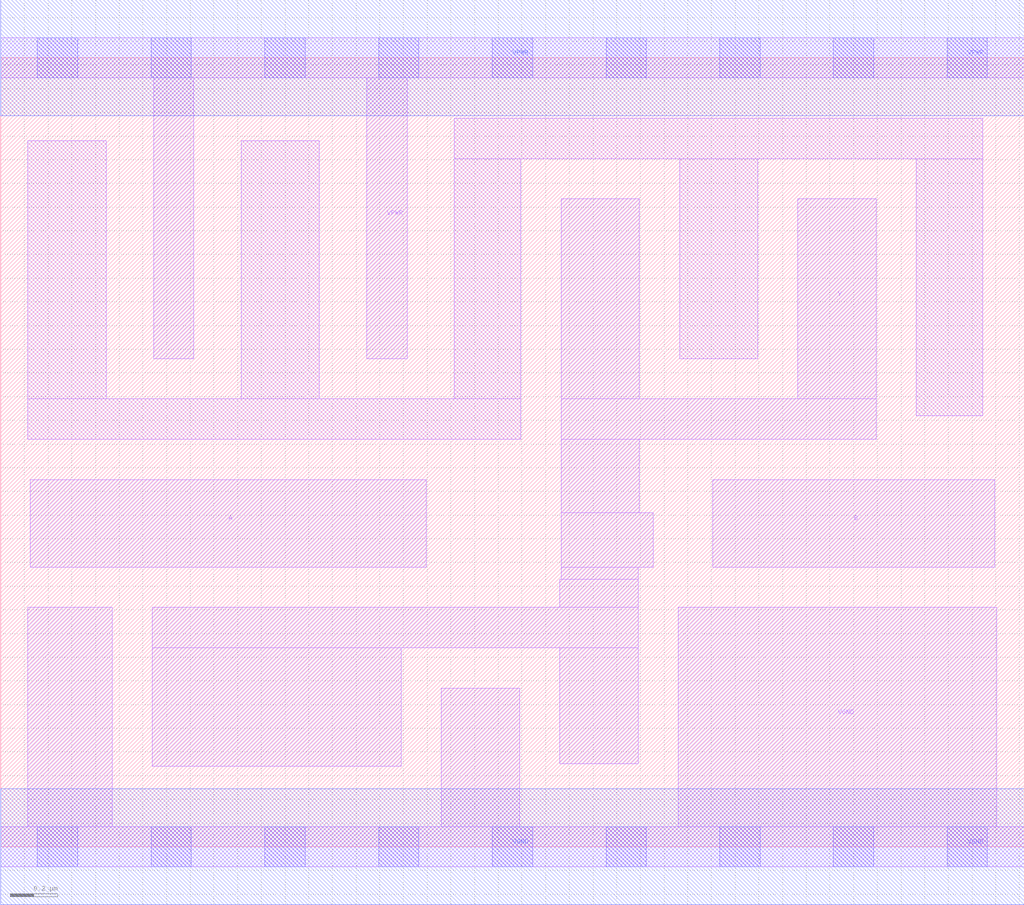
<source format=lef>
# Copyright 2020 The SkyWater PDK Authors
#
# Licensed under the Apache License, Version 2.0 (the "License");
# you may not use this file except in compliance with the License.
# You may obtain a copy of the License at
#
#     https://www.apache.org/licenses/LICENSE-2.0
#
# Unless required by applicable law or agreed to in writing, software
# distributed under the License is distributed on an "AS IS" BASIS,
# WITHOUT WARRANTIES OR CONDITIONS OF ANY KIND, either express or implied.
# See the License for the specific language governing permissions and
# limitations under the License.
#
# SPDX-License-Identifier: Apache-2.0

VERSION 5.7 ;
  NAMESCASESENSITIVE ON ;
  NOWIREEXTENSIONATPIN ON ;
  DIVIDERCHAR "/" ;
  BUSBITCHARS "[]" ;
UNITS
  DATABASE MICRONS 200 ;
END UNITS
MACRO sky130_fd_sc_hs__nor2_4
  CLASS CORE ;
  SOURCE USER ;
  FOREIGN sky130_fd_sc_hs__nor2_4 ;
  ORIGIN  0.000000  0.000000 ;
  SIZE  4.320000 BY  3.330000 ;
  SYMMETRY X Y ;
  SITE unit ;
  PIN A
    ANTENNAGATEAREA  0.894000 ;
    DIRECTION INPUT ;
    USE SIGNAL ;
    PORT
      LAYER li1 ;
        RECT 0.125000 1.180000 1.795000 1.550000 ;
    END
  END A
  PIN B
    ANTENNAGATEAREA  0.894000 ;
    DIRECTION INPUT ;
    USE SIGNAL ;
    PORT
      LAYER li1 ;
        RECT 3.005000 1.180000 4.195000 1.550000 ;
    END
  END B
  PIN Y
    ANTENNADIFFAREA  1.793600 ;
    DIRECTION OUTPUT ;
    USE SIGNAL ;
    PORT
      LAYER li1 ;
        RECT 0.640000 0.340000 1.690000 0.840000 ;
        RECT 0.640000 0.840000 2.690000 1.010000 ;
        RECT 2.360000 0.350000 2.690000 0.840000 ;
        RECT 2.360000 1.010000 2.690000 1.130000 ;
        RECT 2.365000 1.130000 2.690000 1.180000 ;
        RECT 2.365000 1.180000 2.755000 1.410000 ;
        RECT 2.365000 1.410000 2.695000 1.720000 ;
        RECT 2.365000 1.720000 3.695000 1.890000 ;
        RECT 2.365000 1.890000 2.695000 2.735000 ;
        RECT 3.365000 1.890000 3.695000 2.735000 ;
    END
  END Y
  PIN VGND
    DIRECTION INOUT ;
    USE GROUND ;
    PORT
      LAYER li1 ;
        RECT 0.000000 -0.085000 4.320000 0.085000 ;
        RECT 0.115000  0.085000 0.470000 1.010000 ;
        RECT 1.860000  0.085000 2.190000 0.670000 ;
        RECT 2.860000  0.085000 4.205000 1.010000 ;
      LAYER mcon ;
        RECT 0.155000 -0.085000 0.325000 0.085000 ;
        RECT 0.635000 -0.085000 0.805000 0.085000 ;
        RECT 1.115000 -0.085000 1.285000 0.085000 ;
        RECT 1.595000 -0.085000 1.765000 0.085000 ;
        RECT 2.075000 -0.085000 2.245000 0.085000 ;
        RECT 2.555000 -0.085000 2.725000 0.085000 ;
        RECT 3.035000 -0.085000 3.205000 0.085000 ;
        RECT 3.515000 -0.085000 3.685000 0.085000 ;
        RECT 3.995000 -0.085000 4.165000 0.085000 ;
      LAYER met1 ;
        RECT 0.000000 -0.245000 4.320000 0.245000 ;
    END
  END VGND
  PIN VPWR
    DIRECTION INOUT ;
    USE POWER ;
    PORT
      LAYER li1 ;
        RECT 0.000000 3.245000 4.320000 3.415000 ;
        RECT 0.645000 2.060000 0.815000 3.245000 ;
        RECT 1.545000 2.060000 1.715000 3.245000 ;
      LAYER mcon ;
        RECT 0.155000 3.245000 0.325000 3.415000 ;
        RECT 0.635000 3.245000 0.805000 3.415000 ;
        RECT 1.115000 3.245000 1.285000 3.415000 ;
        RECT 1.595000 3.245000 1.765000 3.415000 ;
        RECT 2.075000 3.245000 2.245000 3.415000 ;
        RECT 2.555000 3.245000 2.725000 3.415000 ;
        RECT 3.035000 3.245000 3.205000 3.415000 ;
        RECT 3.515000 3.245000 3.685000 3.415000 ;
        RECT 3.995000 3.245000 4.165000 3.415000 ;
      LAYER met1 ;
        RECT 0.000000 3.085000 4.320000 3.575000 ;
    END
  END VPWR
  OBS
    LAYER li1 ;
      RECT 0.115000 1.720000 2.195000 1.890000 ;
      RECT 0.115000 1.890000 0.445000 2.980000 ;
      RECT 1.015000 1.890000 1.345000 2.980000 ;
      RECT 1.915000 1.890000 2.195000 2.905000 ;
      RECT 1.915000 2.905000 4.145000 3.075000 ;
      RECT 2.865000 2.060000 3.195000 2.905000 ;
      RECT 3.865000 1.820000 4.145000 2.905000 ;
  END
END sky130_fd_sc_hs__nor2_4

</source>
